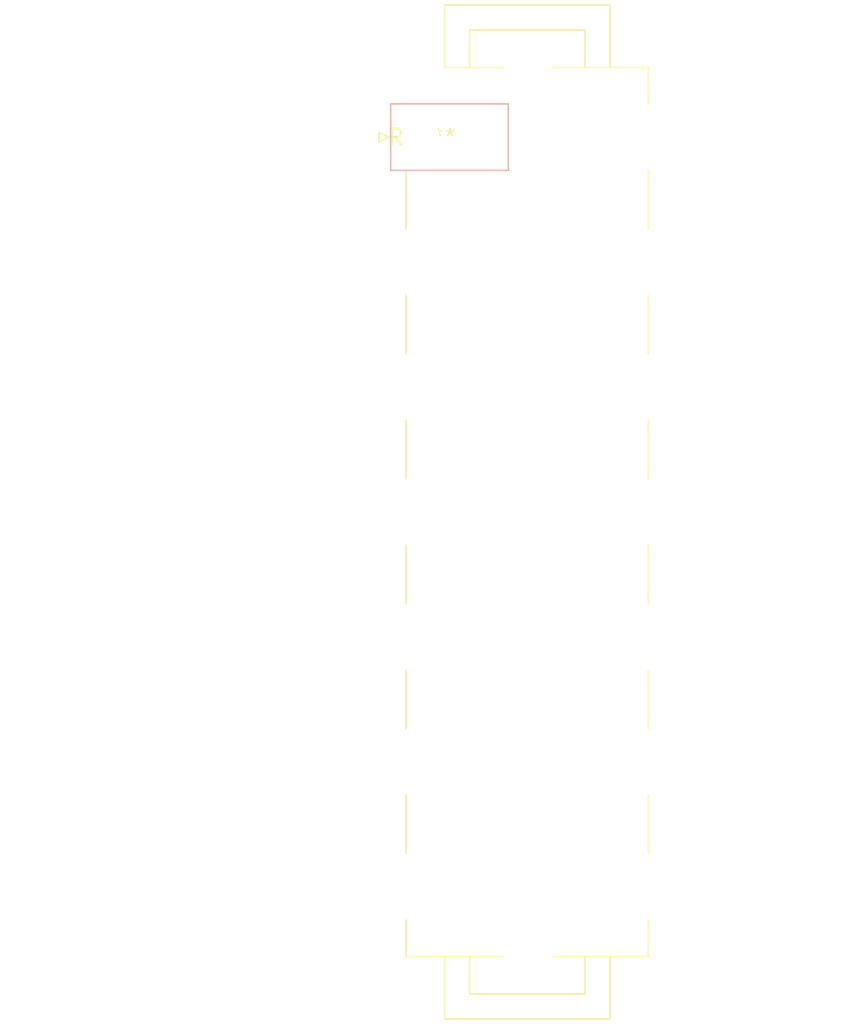
<source format=kicad_pcb>
(kicad_pcb (version 20240108) (generator pcbnew)
  (layers (0 "F.Cu" signal) (31 "B.Cu" signal) (34 "B.Paste" user) (35 "F.Paste" user) (36 "B.SilkS" user "B.Silkscreen") (37 "F.SilkS" user "F.Silkscreen") (38 "B.Mask" user) (39 "F.Mask" user) (44 "Edge.Cuts" user))
  (net 0 "")
  (footprint "Molex_Mini-Fit_Sr_43915-xx14_2x07_P10.00mm_Vertical_ThermalVias" (layer "F.Cu") (at 0 0)
    (property "Reference" "REF**")
    (property "Value" "Molex_Mini-Fit_Sr_43915-xx14_2x07_P10.00mm_Vertical_ThermalVias")
    (fp_line (start -2.51 -2.66) (end -2.51 2.66) (layer "B.SilkS") (stroke (width 0.12)))
    (fp_line (start -2.51 2.66) (end 6.91 2.66) (layer "B.SilkS") (stroke (width 0.12)))
    (fp_line (start 6.91 -2.66) (end -2.51 -2.66) (layer "B.SilkS") (stroke (width 0.12)))
    (fp_line (start 6.91 2.66) (end 6.91 -2.66) (layer "B.SilkS") (stroke (width 0.12)))
    (fp_line (start -3.45 -0.4) (end -3.45 0.4) (layer "F.SilkS") (stroke (width 0.12)))
    (fp_line (start -3.45 0.4) (end -2.65 0) (layer "F.SilkS") (stroke (width 0.12)))
    (fp_line (start -2.65 0) (end -3.45 -0.4) (layer "F.SilkS") (stroke (width 0.12)))
    (fp_line (start -1.27 2.66) (end -1.27 7.34) (layer "F.SilkS") (stroke (width 0.12)))
    (fp_line (start -1.27 12.66) (end -1.27 17.34) (layer "F.SilkS") (stroke (width 0.12)))
    (fp_line (start -1.27 22.66) (end -1.27 27.34) (layer "F.SilkS") (stroke (width 0.12)))
    (fp_line (start -1.27 32.66) (end -1.27 37.34) (layer "F.SilkS") (stroke (width 0.12)))
    (fp_line (start -1.27 42.66) (end -1.27 47.34) (layer "F.SilkS") (stroke (width 0.12)))
    (fp_line (start -1.27 52.66) (end -1.27 57.34) (layer "F.SilkS") (stroke (width 0.12)))
    (fp_line (start -1.27 62.66) (end -1.27 65.57) (layer "F.SilkS") (stroke (width 0.12)))
    (fp_line (start -1.27 65.57) (end 6.43 65.57) (layer "F.SilkS") (stroke (width 0.12)))
    (fp_line (start 1.81 -10.57) (end 15.05 -10.57) (layer "F.SilkS") (stroke (width 0.12)))
    (fp_line (start 1.81 -5.57) (end 1.81 -10.57) (layer "F.SilkS") (stroke (width 0.12)))
    (fp_line (start 1.81 65.57) (end 1.81 70.57) (layer "F.SilkS") (stroke (width 0.12)))
    (fp_line (start 1.81 70.57) (end 15.05 70.57) (layer "F.SilkS") (stroke (width 0.12)))
    (fp_line (start 3.81 -8.57) (end 13.05 -8.57) (layer "F.SilkS") (stroke (width 0.12)))
    (fp_line (start 3.81 -5.57) (end 3.81 -8.57) (layer "F.SilkS") (stroke (width 0.12)))
    (fp_line (start 3.81 65.57) (end 3.81 68.57) (layer "F.SilkS") (stroke (width 0.12)))
    (fp_line (start 3.81 68.57) (end 13.05 68.57) (layer "F.SilkS") (stroke (width 0.12)))
    (fp_line (start 6.43 -5.57) (end 1.81 -5.57) (layer "F.SilkS") (stroke (width 0.12)))
    (fp_line (start 13.05 -8.57) (end 13.05 -5.57) (layer "F.SilkS") (stroke (width 0.12)))
    (fp_line (start 13.05 68.57) (end 13.05 65.57) (layer "F.SilkS") (stroke (width 0.12)))
    (fp_line (start 15.05 -10.57) (end 15.05 -5.57) (layer "F.SilkS") (stroke (width 0.12)))
    (fp_line (start 15.05 70.57) (end 15.05 65.57) (layer "F.SilkS") (stroke (width 0.12)))
    (fp_line (start 18.13 -5.57) (end 10.43 -5.57) (layer "F.SilkS") (stroke (width 0.12)))
    (fp_line (start 18.13 -2.66) (end 18.13 -5.57) (layer "F.SilkS") (stroke (width 0.12)))
    (fp_line (start 18.13 2.66) (end 18.13 7.34) (layer "F.SilkS") (stroke (width 0.12)))
    (fp_line (start 18.13 12.66) (end 18.13 17.34) (layer "F.SilkS") (stroke (width 0.12)))
    (fp_line (start 18.13 22.66) (end 18.13 27.34) (layer "F.SilkS") (stroke (width 0.12)))
    (fp_line (start 18.13 32.66) (end 18.13 37.34) (layer "F.SilkS") (stroke (width 0.12)))
    (fp_line (start 18.13 42.66) (end 18.13 47.34) (layer "F.SilkS") (stroke (width 0.12)))
    (fp_line (start 18.13 52.66) (end 18.13 57.34) (layer "F.SilkS") (stroke (width 0.12)))
    (fp_line (start 18.13 62.66) (end 18.13 65.57) (layer "F.SilkS") (stroke (width 0.12)))
    (fp_line (start 18.13 65.57) (end 10.43 65.57) (layer "F.SilkS") (stroke (width 0.12)))
    (pad "" thru_hole circle (at 8.43 -5.705) (size 3.5 3.5) (drill 3) (layers *.Cu *.Mask) (remove_unused_layers))
    (pad "" np_thru_hole circle (at 8.43 5) (size 3 3) (drill 3) (layers *.Cu *.Mask))
    (pad "" thru_hole circle (at 8.43 65.705) (size 3.5 3.5) (drill 3) (layers *.Cu *.Mask) (remove_unused_layers))
    (pad "1" thru_hole roundrect (at -1.8 -1.95) (size 0.6 0.6) (drill 0.3) (layers *.Cu *.Mask) (remove_unused_layers))
    (pad "1" thru_hole roundrect (at -1.8 0) (size 0.6 0.6) (drill 0.3) (layers *.Cu *.Mask) (remove_unused_layers))
    (pad "1" thru_hole roundrect (at -1.8 1.95) (size 0.6 0.6) (drill 0.3) (layers *.Cu *.Mask) (remove_unused_layers))
    (pad "1" thru_hole rect (at 0 0) (size 4.5 4.8) (drill 2.8) (layers *.Cu *.Mask) (remove_unused_layers))
    (pad "1" thru_hole roundrect (at 0.2 -1.95) (size 0.6 0.6) (drill 0.3) (layers *.Cu *.Mask) (remove_unused_layers))
    (pad "1" thru_hole roundrect (at 0.2 1.95) (size 0.6 0.6) (drill 0.3) (layers *.Cu *.Mask) (remove_unused_layers))
    (pad "1" thru_hole roundrect (at 2.2 -1.95) (size 0.6 0.6) (drill 0.3) (layers *.Cu *.Mask) (remove_unused_layers))
    (pad "1" thru_hole roundrect (at 2.2 0) (size 0.6 0.6) (drill 0.3) (layers *.Cu *.Mask) (remove_unused_layers))
    (pad "1" thru_hole roundrect (at 2.2 1.95) (size 0.6 0.6) (drill 0.3) (layers *.Cu *.Mask) (remove_unused_layers))
    (pad "1" thru_hole roundrect (at 4.2 -1.95) (size 0.6 0.6) (drill 0.3) (layers *.Cu *.Mask) (remove_unused_layers))
    (pad "1" thru_hole roundrect (at 4.2 1.95) (size 0.6 0.6) (drill 0.3) (layers *.Cu *.Mask) (remove_unused_layers))
    (pad "1" thru_hole rect (at 4.4 0) (size 4.5 4.8) (drill 2.8) (layers *.Cu *.Mask) (remove_unused_layers))
    (pad "1" thru_hole roundrect (at 6.2 -1.95) (size 0.6 0.6) (drill 0.3) (layers *.Cu *.Mask) (remove_unused_layers))
    (pad "1" thru_hole roundrect (at 6.2 0) (size 0.6 0.6) (drill 0.3) (layers *.Cu *.Mask) (remove_unused_layers))
    (pad "1" thru_hole roundrect (at 6.2 1.95) (size 0.6 0.6) (drill 0.3) (layers *.Cu *.Mask) (remove_unused_layers))
    (pad "2" thru_hole circle (at -1.8 8.05) (size 0.6 0.6) (drill 0.3) (layers *.Cu *.Mask) (remove_unused_layers))
    (pad "2" thru_hole circle (at -1.8 10) (size 0.6 0.6) (drill 0.3) (layers *.Cu *.Mask) (remove_unused_layers))
    (pad "2" thru_hole circle (at -1.8 11.95) (size 0.6 0.6) (drill 0.3) (layers *.Cu *.Mask) (remove_unused_layers))
    (pad "2" thru_hole rect (at 0 10) (size 4.5 4.8) (drill 2.8) (layers *.Cu *.Mask) (remove_unused_layers))
    (pad "2" thru_hole circle (at 0.2 8.05) (size 0.6 0.6) (drill 0.3) (layers *.Cu *.Mask) (remove_unused_layers))
    (pad "2" thru_hole circle (at 0.2 11.95) (size 0.6 0.6) (drill 0.3) (layers *.Cu *.Mask) (remove_unused_layers))
    (pad "2" thru_hole circle (at 2.2 8.05) (size 0.6 0.6) (drill 0.3) (layers *.Cu *.Mask) (remove_unused_layers))
    (pad "2" thru_hole circle (at 2.2 10) (size 0.6 0.6) (drill 0.3) (layers *.Cu *.Mask) (remove_unused_layers))
    (pad "2" thru_hole circle (at 2.2 11.95) (size 0.6 0.6) (drill 0.3) (layers *.Cu *.Mask) (remove_unused_layers))
    (pad "2" thru_hole circle (at 4.2 8.05) (size 0.6 0.6) (drill 0.3) (layers *.Cu *.Mask) (remove_unused_layers))
    (pad "2" thru_hole circle (at 4.2 11.95) (size 0.6 0.6) (drill 0.3) (layers *.Cu *.Mask) (remove_unused_layers))
    (pad "2" thru_hole rect (at 4.4 10) (size 4.5 4.8) (drill 2.8) (layers *.Cu *.Mask) (remove_unused_layers))
    (pad "2" thru_hole circle (at 6.2 8.05) (size 0.6 0.6) (drill 0.3) (layers *.Cu *.Mask) (remove_unused_layers))
    (pad "2" thru_hole circle (at 6.2 10) (size 0.6 0.6) (drill 0.3) (layers *.Cu *.Mask) (remove_unused_layers))
    (pad "2" thru_hole circle (at 6.2 11.95) (size 0.6 0.6) (drill 0.3) (layers *.Cu *.Mask) (remove_unused_layers))
    (pad "3" thru_hole circle (at -1.8 18.05) (size 0.6 0.6) (drill 0.3) (layers *.Cu *.Mask) (remove_unused_layers))
    (pad "3" thru_hole circle (at -1.8 20) (size 0.6 0.6) (drill 0.3) (layers *.Cu *.Mask) (remove_unused_layers))
    (pad "3" thru_hole circle (at -1.8 21.95) (size 0.6 0.6) (drill 0.3) (layers *.Cu *.Mask) (remove_unused_layers))
    (pad "3" thru_hole rect (at 0 20) (size 4.5 4.8) (drill 2.8) (layers *.Cu *.Mask) (remove_unused_layers))
    (pad "3" thru_hole circle (at 0.2 18.05) (size 0.6 0.6) (drill 0.3) (layers *.Cu *.Mask) (remove_unused_layers))
    (pad "3" thru_hole circle (at 0.2 21.95) (size 0.6 0.6) (drill 0.3) (layers *.Cu *.Mask) (remove_unused_layers))
    (pad "3" thru_hole circle (at 2.2 18.05) (size 0.6 0.6) (drill 0.3) (layers *.Cu *.Mask) (remove_unused_layers))
    (pad "3" thru_hole circle (at 2.2 20) (size 0.6 0.6) (drill 0.3) (layers *.Cu *.Mask) (remove_unused_layers))
    (pad "3" thru_hole circle (at 2.2 21.95) (size 0.6 0.6) (drill 0.3) (layers *.Cu *.Mask) (remove_unused_layers))
    (pad "3" thru_hole circle (at 4.2 18.05) (size 0.6 0.6) (drill 0.3) (layers *.Cu *.Mask) (remove_unused_layers))
    (pad "3" thru_hole circle (at 4.2 21.95) (size 0.6 0.6) (drill 0.3) (layers *.Cu *.Mask) (remove_unused_layers))
    (pad "3" thru_hole rect (at 4.4 20) (size 4.5 4.8) (drill 2.8) (layers *.Cu *.Mask) (remove_unused_layers))
    (pad "3" thru_hole circle (at 6.2 18.05) (size 0.6 0.6) (drill 0.3) (layers *.Cu *.Mask) (remove_unused_layers))
    (pad "3" thru_hole circle (at 6.2 20) (size 0.6 0.6) (drill 0.3) (layers *.Cu *.Mask) (remove_unused_layers))
    (pad "3" thru_hole circle (at 6.2 21.95) (size 0.6 0.6) (drill 0.3) (layers *.Cu *.Mask) (remove_unused_layers))
    (pad "4" thru_hole circle (at -1.8 28.05) (size 0.6 0.6) (drill 0.3) (layers *.Cu *.Mask) (remove_unused_layers))
    (pad "4" thru_hole circle (at -1.8 30) (size 0.6 0.6) (drill 0.3) (layers *.Cu *.Mask) (remove_unused_layers))
    (pad "4" thru_hole circle (at -1.8 31.95) (size 0.6 0.6) (drill 0.3) (layers *.Cu *.Mask) (remove_unused_layers))
    (pad "4" thru_hole rect (at 0 30) (size 4.5 4.8) (drill 2.8) (layers *.Cu *.Mask) (remove_unused_layers))
    (pad "4" thru_hole circle (at 0.2 28.05) (size 0.6 0.6) (drill 0.3) (layers *.Cu *.Mask) (remove_unused_layers))
    (pad "4" thru_hole circle (at 0.2 31.95) (size 0.6 0.6) (drill 0.3) (layers *.Cu *.Mask) (remove_unused_layers))
    (pad "4" thru_hole circle (at 2.2 28.05) (size 0.6 0.6) (drill 0.3) (layers *.Cu *.Mask) (remove_unused_layers))
    (pad "4" thru_hole circle (at 2.2 30) (size 0.6 0.6) (drill 0.3) (layers *.Cu *.Mask) (remove_unused_layers))
    (pad "4" thru_hole circle (at 2.2 31.95) (size 0.6 0.6) (drill 0.3) (layers *.Cu *.Mask) (remove_unused_layers))
    (pad "4" thru_hole circle (at 4.2 28.05) (size 0.6 0.6) (drill 0.3) (layers *.Cu *.Mask) (remove_unused_layers))
    (pad "4" thru_hole circle (at 4.2 31.95) (size 0.6 0.6) (drill 0.3) (layers *.Cu *.Mask) (remove_unused_layers))
    (pad "4" thru_hole rect (at 4.4 30) (size 4.5 4.8) (drill 2.8) (layers *.Cu *.Mask) (remove_unused_layers))
    (pad "4" thru_hole circle (at 6.2 28.05) (size 0.6 0.6) (drill 0.3) (layers *.Cu *.Mask) (remove_unused_layers))
    (pad "4" thru_hole circle (at 6.2 30) (size 0.6 0.6) (drill 0.3) (layers *.Cu *.Mask) (remove_unused_layers))
    (pad "4" thru_hole circle (at 6.2 31.95) (size 0.6 0.6) (drill 0.3) (layers *.Cu *.Mask) (remove_unused_layers))
    (pad "5" thru_hole circle (at -1.8 38.05) (size 0.6 0.6) (drill 0.3) (layers *.Cu *.Mask) (remove_unused_layers))
    (pad "5" thru_hole circle (at -1.8 40) (size 0.6 0.6) (drill 0.3) (layers *.Cu *.Mask) (remove_unused_layers))
    (pad "5" thru_hole circle (at -1.8 41.95) (size 0.6 0.6) (drill 0.3) (layers *.Cu *.Mask) (remove_unused_layers))
    (pad "5" thru_hole rect (at 0 40) (size 4.5 4.8) (drill 2.8) (layers *.Cu *.Mask) (remove_unused_layers))
    (pad "5" thru_hole circle (at 0.2 38.05) (size 0.6 0.6) (drill 0.3) (layers *.Cu *.Mask) (remove_unused_layers))
    (pad "5" thru_hole circle (at 0.2 41.95) (size 0.6 0.6) (drill 0.3) (layers *.Cu *.Mask) (remove_unused_layers))
    (pad "5" thru_hole circle (at 2.2 38.05) (size 0.6 0.6) (drill 0.3) (layers *.Cu *.Mask) (remove_unused_layers))
    (pad "5" thru_hole circle (at 2.2 40) (size 0.6 0.6) (drill 0.3) (layers *.Cu *.Mask) (remove_unused_layers))
    (pad "5" thru_hole circle (at 2.2 41.95) (size 0.6 0.6) (drill 0.3) (layers *.Cu *.Mask) (remove_unused_layers))
    (pad "5" thru_hole circle (at 4.2 38.05) (size 0.6 0.6) (drill 0.3) (layers *.Cu *.Mask) (remove_unused_layers))
    (pad "5" thru_hole circle (at 4.2 41.95) (size 0.6 0.6) (drill 0.3) (layers *.Cu *.Mask) (remove_unused_layers))
    (pad "5" thru_hole rect (at 4.4 40) (size 4.5 4.8) (drill 2.8) (layers *.Cu *.Mask) (remove_unused_layers))
    (pad "5" thru_hole circle (at 6.2 38.05) (size 0.6 0.6) (drill 0.3) (layers *.Cu *.Mask) (remove_unused_layers))
    (pad "5" thru_hole circle (at 6.2 40) (size 0.6 0.6) (drill 0.3) (layers *.Cu *.Mask) (remove_unused_layers))
    (pad "5" thru_hole circle (at 6.2 41.95) (size 0.6 0.6) (drill 0.3) (layers *.Cu *.Mask) (remove_unused_layers))
    (pad "6" thru_hole circle (at -1.8 48.05) (size 0.6 0.6) (drill 0.3) (layers *.Cu *.Mask) (remove_unused_layers))
    (pad "6" thru_hole circle (at -1.8 50) (size 0.6 0.6) (drill 0.3) (layers *.Cu *.Mask) (remove_unused_layers))
    (pad "6" thru_hole circle (at -1.8 51.95) (size 0.6 0.6) (drill 0.3) (layers *.Cu *.Mask) (remove_unused_layers))
    (pad "6" thru_hole rect (at 0 50) (size 4.5 4.8) (drill 2.8) (layers *.Cu *.Mask) (remove_unused_layers))
    (pad "6" thru_hole circle (at 0.2 48.05) (size 0.6 0.6) (drill 0.3) (layers *.Cu *.Mask) (remove_unused_layers))
    (pad "6" thru_hole circle (at 0.2 51.95) (size 0.6 0.6) (drill 0.3) (layers *.Cu *.Mask) (remove_unused_layers))
    (pad "6" thru_hole circle (at 2.2 48.05) (size 0.6 0.6) (drill 0.3) (layers *.Cu *.Mask) (remove_unused_layers))
    (pad "6" thru_hole circle (at 2.2 50) (size 0.6 0.6) (drill 0.3) (layers *.Cu *.Mask) (remove_unused_layers))
    (pad "6" thru_hole circle (at 2.2 51.95) (size 0.6 0.6) (drill 0.3) (layers *.Cu *.Mask) (remove_unused_layers))
    (pad "6" thru_hole circle (at 4.2 48.05) (size 0.6 0.6) (drill 0.3) (layers *.Cu *.Mask) (remove_unused_layers))
    (pad "6" thru_hole circle (at 4.2 51.95) (size 0.6 0.6) (drill 0.3) (layers *.Cu *.Mask) (remove_unused_layers))
    (pad "6" thru_hole rect (at 4.4 50) (size 4.5 4.8) (drill 2.8) (layers *.Cu *.Mask) (remove_unused_layers))
    (pad "6" thru_hole circle (at 6.2 48.05) (size 0.6 0.6) (drill 0.3) (layers *.Cu *.Mask) (remove_unused_layers))
    (pad "6" thru_hole circle (at 6.2 50) (size 0.6 0.6) (drill 0.3) (layers *.Cu *.Mask) (remove_unused_layers))
    (pad "6" thru_hole circle (at 6.2 51.95) (size 0.6 0.6) (drill 0.3) (layers *.Cu *.Mask) (remove_unused_layers))
    (pad "7" thru_hole circle (at -1.8 58.05) (size 0.6 0.6) (drill 0.3) (layers *.Cu *.Mask) (remove_unused_layers))
    (pad "7" thru_hole circle (at -1.8 60) (size 0.6 0.6) (drill 0.3) (layers *.Cu *.Mask) (remove_unused_layers))
    (pad "7" thru_hole circle (at -1.8 61.95) (size 0.6 0.6) (drill 0.3) (layers *.Cu *.Mask) (remove_unused_layers))
    (pad "7" thru_hole rect (at 0 60) (size 4.5 4.8) (drill 2.8) (layers *.Cu *.Mask) (remove_unused_layers))
    (pad "7" thru_hole circle (at 0.2 58.05) (size 0.6 0.6) (drill 0.3) (layers *.Cu *.Mask) (remove_unused_layers))
    (pad "7" thru_hole circle (at 0.2 61.95) (size 0.6 0.6) (drill 0.3) (layers *.Cu *.Mask) (remove_unused_layers))
    (pad "7" thru_hole circle (at 2.2 58.05) (size 0.6 0.6) (drill 0.3) (layers *.Cu *.Mask) (remove_unused_layers))
    (pad "7" thru_hole circle (at 2.2 60) (size 0.6 0.6) (drill 0.3) (layers *.Cu *.Mask) (remove_unused_layers))
    (pad "7" thru_hole circle (at 2.2 61.95) (size 0.6 0.6) (drill 0.3) (layers *.Cu *.Mask) (remove_unused_layers))
    (pad "7" thru_hole circle (at 4.2 58.05) (size 0.6 0.6) (drill 0.3) (layers *.Cu *.Mask) (remove_unused_layers))
    (pad "7" thru_hole circle (at 4.2 61.95) (size 0.6 0.6) (drill 0.3) (layers *.Cu *.Mask) (remove_unused_layers))
    (pad "7" thru_hole rect (at 4.4 60) (size 4.5 4.8) (drill 2.8) (layers *.Cu *.Mask) (remove_unused_layers))
    (pad "7" thru_hole circle (at 6.2 58.05) (size 0.6 0.6) (drill 0.3) (layers *.Cu *.Mask) (remove_unused_layers))
    (pad "7" thru_hole circle (at 6.2 60) (size 0.6 0.6) (drill 0.3) (layers *.Cu *.Mask) (remove_unused_layers))
    (pad "7" thru_hole circle (at 6.2 61.95) (size 0.6 0.6) (drill 0.3) (layers *.Cu *.Mask) (remove_unused_layers))
    (pad "8" thru_hole circle (at 10.66 -1.95) (size 0.6 0.6) (drill 0.3) (layers *.Cu *.Mask) (remove_unused_layers))
    (pad "8" thru_hole circle (at 10.66 0) (size 0.6 0.6) (drill 0.3) (layers *.Cu *.Mask) (remove_unused_layers))
    (pad "8" thru_hole circle (at 10.66 1.95) (size 0.6 0.6) (drill 0.3) (layers *.Cu *.Mask) (remove_unused_layers))
    (pad "8" thru_hole rect (at 12.46 0) (size 4.5 4.8) (drill 2.8) (layers *.Cu *.Mask) (remove_unused_layers))
    (pad "8" thru_hole circle (at 12.66 -1.95) (size 0.6 0.6) (drill 0.3) (layers *.Cu *.Mask) (remove_unused_layers))
    (pad "8" thru_hole circle (at 12.66 1.95) (size 0.6 0.6) (drill 0.3) (layers *.Cu *.Mask) (remove_unused_layers))
    (pad "8" thru_hole circle (at 14.66 -1.95) (size 0.6 0.6) (drill 0.3) (layers *.Cu *.Mask) (remove_unused_layers))
    (pad "8" thru_hole circle (at 14.66 0) (size 0.6 0.6) (drill 0.3) (layers *.Cu *.Mask) (remove_unused_layers))
    (pad "8" thru_hole circle (at 14.66 1.95) (size 0.6 0.6) (drill 0.3) (layers *.Cu *.Mask) (remove_unused_layers))
    (pad "8" thru_hole circle (at 16.66 -1.95) (size 0.6 0.6) (drill 0.3) (layers *.Cu *.Mask) (remove_unused_layers))
    (pad "8" thru_hole circle (at 16.66 1.95) (size 0.6 0.6) (drill 0.3) (layers *.Cu *.Mask) (remove_unused_layers))
    (pad "8" thru_hole rect (at 16.86 0) (size 4.5 4.8) (drill 2.8) (layers *.Cu *.Mask) (remove_unused_layers))
    (pad "8" thru_hole circle (at 18.66 -1.95) (size 0.6 0.6) (drill 0.3) (layers *.Cu *.Mask) (remove_unused_layers))
    (pad "8" thru_hole circle (at 18.66 0) (size 0.6 0.6) (drill 0.3) (layers *.Cu *.Mask) (remove_unused_layers))
    (pad "8" thru_hole circle (at 18.66 1.95) (size 0.6 0.6) (drill 0.3) (layers *.Cu *.Mask) (remove_unused_layers))
    (pad "9" thru_hole circle (at 10.66 8.05) (size 0.6 0.6) (drill 0.3) (layers *.Cu *.Mask) (remove_unused_layers))
    (pad "9" thru_hole circle (at 10.66 10) (size 0.6 0.6) (drill 0.3) (layers *.Cu *.Mask) (remove_unused_layers))
    (pad "9" thru_hole circle (at 10.66 11.95) (size 0.6 0.6) (drill 0.3) (layers *.Cu *.Mask) (remove_unused_layers))
    (pad "9" thru_hole rect (at 12.46 10) (size 4.5 4.8) (drill 2.8) (layers *.Cu *.Mask) (remove_unused_layers))
    (pad "9" thru_hole circle (at 12.66 8.05) (size 0.6 0.6) (drill 0.3) (layers *.Cu *.Mask) (remove_unused_layers))
    (pad "9" thru_hole circle (at 12.66 11.95) (size 0.6 0.6) (drill 0.3) (layers *.Cu *.Mask) (remove_unused_layers))
    (pad "9" thru_hole circle (at 14.66 8.05) (size 0.6 0.6) (drill 0.3) (layers *.Cu *.Mask) (remove_unused_layers))
    (pad "9" thru_hole circle (at 14.66 10) (size 0.6 0.6) (drill 0.3) (layers *.Cu *.Mask) (remove_unused_layers))
    (pad "9" thru_hole circle (at 14.66 11.95) (size 0.6 0.6) (drill 0.3) (layers *.Cu *.Mask) (remove_unused_layers))
    (pad "9" thru_hole circle (at 16.66 8.05) (size 0.6 0.6) (drill 0.3) (layers *.Cu *.Mask) (remove_unused_layers))
    (pad "9" thru_hole circle (at 16.66 11.95) (size 0.6 0.6) (drill 0.3) (layers *.Cu *.Mask) (remove_unused_layers))
    (pad "9" thru_hole rect (at 16.86 10) (size 4.5 4.8) (drill 2.8) (layers *.Cu *.Mask) (remove_unused_layers))
    (pad "9" thru_hole circle (at 18.66 8.05) (size 0.6 0.6) (drill 0.3) (layers *.Cu *.Mask) (remove_unused_layers))
    (pad "9" thru_hole circle (at 18.66 10) (size 0.6 0.6) (drill 0.3) (layers *.Cu *.Mask) (remove_unused_layers))
    (pad "9" thru_hole circle (at 18.66 11.95) (size 0.6 0.6) (drill 0.3) (layers *.Cu *.Mask) (remove_unused_layers))
    (pad "10" thru_hole circle (at 10.66 18.05) (size 0.6 0.6) (drill 0.3) (layers *.Cu *.Mask) (remove_unused_layers))
    (pad "10" thru_hole circle (at 10.66 20) (size 0.6 0.6) (drill 0.3) (layers *.Cu *.Mask) (remove_unused_layers))
    (pad "10" thru_hole circle (at 10.66 21.95) (size 0.6 0.6) (drill 0.3) (layers *.Cu *.Mask) (remove_unused_layers))
    (pad "10" thru_hole rect (at 12.46 20) (size 4.5 4.8) (drill 2.8) (layers *.Cu *.Mask) (remove_unused_layers))
    (pad "10" thru_hole circle (at 12.66 18.05) (size 0.6 0.6) (drill 0.3) (layers *.Cu *.Mask) (remove_unused_layers))
    (pad "10" thru_hole circle (at 12.66 21.95) (size 0.6 0.6) (drill 0.3) (layers *.Cu *.Mask) (remove_unused_layers))
    (pad "10" thru_hole circle (at 14.66 18.05) (size 0.6 0.6) (drill 0.3) (layers *.Cu *.Mask) (remove_unused_layers))
    (pad "10" thru_hole circle (at 14.66 20) (size 0.6 0.6) (drill 0.3) (layers *.Cu *.Mask) (remove_unused_layers))
    (pad "10" thru_hole circle (at 14.66 21.95) (size 0.6 0.6) (drill 0.3) (layers *.Cu *.Mask) (remove_unused_layers))
    (pad "10" thru_hole circle (at 16.66 18.05) (size 0.6 0.6) (drill 0.3) (layers *.Cu *.Mask) (remove_unused_layers))
    (pad "10" thru_hole circle (at 16.66 21.95) (size 0.6 0.6) (drill 0.3) (layers *.Cu *.Mask) (remove_unused_layers))
    (pad "10" thru_hole rect (at 16.86 20) (size 4.5 4.8) (drill 2.8) (layers *.Cu *.Mask) (remove_unused_layers))
    (pad "10" thru_hole circle (at 18.66 18.05) (size 0.6 0.6) (drill 0.3) (layers *.Cu *.Mask) (remove_unused_layers))
    (pad "10" thru_hole circle (at 18.66 20) (size 0.6 0.6) (drill 0.3) (layers *.Cu *.Mask) (remove_unused_layers))
    (pad "10" thru_hole circle (at 18.66 21.95) (size 0.6 0.6) (drill 0.3) (layers *.Cu *.Mask) (remove_unused_layers))
    (pad "11" thru_hole circle (at 10.66 28.05) (size 0.6 0.6) (drill 0.3) (layers *.Cu *.Mask) (remove_unused_layers))
    (pad "11" thru_hole circle (at 10.66 30) (size 0.6 0.6) (drill 0.3) (layers *.Cu *.Mask) (remove_unused_layers))
    (pad "11" thru_hole circle (at 10.66 31.95) (size 0.6 0.6) (drill 0.3) (layers *.Cu *.Mask) (remove_unused_layers))
    (pad "11" thru_hole rect (at 12.46 30) (size 4.5 4.8) (drill 2.8) (layers *.Cu *.Mask) (remove_unused_layers))
    (pad "11" thru_hole circle (at 12.66 28.05) (size 0.6 0.6) (drill 0.3) (layers *.Cu *.Mask) (remove_unused_layers))
    (pad "11" thru_hole circle (at 12.66 31.95) (size 0.6 0.6) (drill 0.3) (layers *.Cu *.Mask) (remove_unused_layers))
    (pad "11" thru_hole circle (at 14.66 28.05) (size 0.6 0.6) (drill 0.3) (layers *.Cu *.Mask) (remove_unused_layers))
    (pad "11" thru_hole circle (at 14.66 30) (size 0.6 0.6) (drill 0.3) (layers *.Cu *.Mask) (remove_unused_layers))
    (pad "11" thru_hole circle (at 14.66 31.95) (size 0.6 0.6) (drill 0.3) (layers *.Cu *.Mask) (remove_unused_layers))
    (pad "11" thru_hole circle (at 16.66 28.05) (size 0.6 0.6) (drill 0.3) (layers *.Cu *.Mask) (remove_unused_layers))
    (pad "11" thru_hole circle (at 16.66 31.95) (size 0.6 0.6) (drill 0.3) (layers *.Cu *.Mask) (remove_unused_layers))
    (pad "11" thru_hole rect (at 16.86 30) (size 4.5 4.8) (drill 2.8) (layers *.Cu *.Mask) (remove_unused_layers))
    (pad "11" thru_hole circle (at 18.66 28.05) (size 0.6 0.6) (drill 0.3) (layers *.Cu *.Mask) (remove_unused_layers))
    (pad "11" thru_hole circle (at 18.66 30) (size 0.6 0.6) (drill 0.3) (layers *.Cu *.Mask) (remove_unused_layers))
    (pad "11" thru_hole circle (at 18.66 31.95) (size 0.6 0.6) (drill 0.3) (layers *.Cu *.Mask) (remove_unused_layers))
    (pad "12" thru_hole circle (at 10.66 38.05) (size 0.6 0.6) (drill 0.3) (layers *.Cu *.Mask) (remove_unused_layers))
    (pad "12" thru_hole circle (at 10.66 40) (size 0.6 0.6) (drill 0.3) (layers *.Cu *.Mask) (remove_unused_layers))
    (pad "12" thru_hole circle (at 10.66 41.95) (size 0.6 0.6) (drill 0.3) (layers *.Cu *.Mask) (remove_unused_layers))
    (pad "12" thru_hole rect (at 12.46 40) (size 4.5 4.8) (drill 2.8) (layers *.Cu *.Mask) (remove_unused_layers))
    (pad "12" thru_hole circle (at 12.66 38.05) (size 0.6 0.6) (drill 0.3) (layers *.Cu *.Mask) (remove_unused_layers))
    (pad "12" thru_hole circle (at 12.66 41.95) (size 0.6 0.6) (drill 0.3) (layers *.Cu *.Mask) (remove_unused_layers))
    (pad "12" thru_hole circle (at 14.66 38.05) (size 0.6 0.6) (drill 0.3) (layers *.Cu *.Mask) (remove_unused_layers))
    (pad "12" thru_hole circle (at 14.66 40) (size 0.6 0.6) (drill 0.3) (layers *.Cu *.Mask) (remove_unused_layers))
    (pad "12" thru_hole circle (at 14.66 41.95) (size 0.6 0.6) (drill 0.3) (layers *.Cu *.Mask) (remove_unused_layers))
    (pad "12" thru_hole circle (at 16.66 38.05) (size 0.6 0.6) (drill 0.3) (layers *.Cu *.Mask) (remove_unused_layers))
    (pad "12" thru_hole circle (at 16.66 41.95) (size 0.6 0.6) (drill 0.3) (layers *.Cu *.Mask) (remove_unused_layers))
    (pad "12" thru_hole rect (at 16.86 40) (size 4.5 4.8) (drill 2.8) (layers *.Cu *.Mask) (remove_unused_layers))
    (pad "12" thru_hole circle (at 18.66 38.05) (size 0.6 0.6) (drill 0.3) (layers *.Cu *.Mask) (remove_unused_layers))
    (pad "12" thru_hole circle (at 18.66 40) (size 0.6 0.6) (drill 0.3) (layers *.Cu *.Mask) (remove_unused_layers))
    (pad "12" thru_hole circle (at 18.66 41.95) (size 0.6 0.6) (drill 0.3) (layers *.Cu *.Mask) (remove_unused_layers))
    (pad "13" thru_hole circle (at 10.66 48.05) (size 0.6 0.6) (drill 0.3) (layers *.Cu *.Mask) (remove_unused_layers))
    (pad "13" thru_hole circle (at 10.66 50) (size 0.6 0.6) (drill 0.3) (layers *.Cu *.Mask) (remove_unused_layers))
    (pad "13" thru_hole circle (at 10.66 51.95) (size 0.6 0.6) (drill 0.3) (layers *.Cu *.Mask) (remove_unused_layers))
    (pad "13" thru_hole rect (at 12.46 50) (size 4.5 4.8) (drill 2.8) (layers *.Cu *.Mask) (remove_unused_layers))
    (pad "13" thru_hole circle (at 12.66 48.05) (size 0.6 0.6) (drill 0.3) (layers *.Cu *.Mask) (remove_unused_layers))
    (pad "13" thru_hole circle (at 12.66 51.95) (size 0.6 0.6) (drill 0.3) (layers *.Cu *.Mask) (remove_unused_layers))
    (pad "13" thru_hole circle (at 14.66 48.05) (size 0.6 0.6) (drill 0.3) (layers *.Cu *.Mask) (remove_unused_layers))
    (pad "13" thru_hole circle (at 14.66 50) (size 0.6 0.6) (drill 0.3) (layers *.Cu *.Mask) (remove_unused_layers))
    (pad "13" thru_hole circle (at 14.66 51.95) (size 0.6 0.6) (drill 0.3) (layers *.Cu *.Mask) (remove_unused_layers))
    (pad "13" thru_hole circle (at 16.66 48.05) (size 0.6 0.6) (drill 0.3) (layers *.Cu *.Mask) (remove_unused_layers))
    (pad "13" thru_hole circle (at 16.66 51.95) (size 0.6 0.6) (drill 0.3) (layers *.Cu *.Mask) (remove_unused_layers))
    (pad "13" thru_hole rect (at 16.86 50) (size 4.5 4.8) (drill 2.8) (layers *.Cu *.Mask) (remove_unused_layers))
    (pad "13" thru_hole circle (at 18.66 48.05) (size 0.6 0.6) (drill 0.3) (layers *.Cu *.Mask) (remove_unused_layers))
    (pad "13" thru_hole circle (at 18.66 50) (size 0.6 0.6) (drill 0.3) (layers *.Cu *.Mask) (remove_unused_layers))
    (pad "13" thru_hole circle (at 18.66 51.95) (size 0.6 0.6) (drill 0.3) (layers *.Cu *.Mask) (remove_unused_layers))
    (pad "14" thru_hole circle (at 10.66 58.05) (size 0.6 0.6) (drill 0.3) (layers *.Cu *.Mask) (remove_unused_layers))
    (pad "14" thru_hole circle (at 10.66 60) (size 0.6 0.6) (drill 0.3) (layers *.Cu *.Mask) (remove_unused_layers))
    (pad "14" thru_hole circle (at 10.66 61.95) (size 0.6 0.6) (drill 0.3) (layers *.Cu *.Mask) (remove_unused_layers))
    (pad "14" thru_hole rect (at 12.46 60) (size 4.5 4.8) (drill 2.8) (layers *.Cu *.Mask) (remove_unused_layers))
    (pad "14" thru_hole circle (at 12.66 58.05) (size 0.6 0.6) (drill 0.3) (layers *.Cu *.Mask) (remove_unused_layers))
    (pad "14" thru_hole circle (at 12.66 61.95) (size 0.6 0.6) (drill 0.3) (layers *.Cu *.Mask) (remove_unused_layers))
    (pad "14" thru_hole circle (at 14.66 58.05) (size 0.6 0.6) (drill 0.3) (layers *.Cu *.Mask) (remove_unused_layers))
    (pad "14" thru_hole circle (at 14.66 60) (size 0.6 0.6) (drill 0.3) (layers *.Cu *.Mask) (remove_unused_layers))
    (pad "14" thru_hole circle (at 14.66 61.95) (size 0.6 0.6) (drill 0.3) (layers *.Cu *.Mask) (remove_unused_layers))
    (pad "14" thru_hole circle (at 16.66 58.05) (size 0.6 0.6) (drill 0.3) (layers *.Cu *.Mask) (remove_unused_layers))
    (pad "14" thru_hole circle (at 16.66 61.95) (size 0.6 0.6) (drill 0.3) (layers *.Cu *.Mask) (remove_unused_layers))
    (pad "14" thru_hole rect (at 16.86 60) (size 4.5 4.8) (drill 2.8) (layers *.Cu *.Mask) (remove_unused_layers))
    (pad "14" thru_hole circle (at 18.66 58.05) (size 0.6 0.6) (drill 0.3) (layers *.Cu *.Mask) (remove_unused_layers))
    (pad "14" thru_hole circle (at 18.66 60) (size 0.6 0.6) (drill 0.3) (layers *.Cu *.Mask) (remove_unused_layers))
    (pad "14" thru_hole circle (at 18.66 61.95) (size 0.6 0.6) (drill 0.3) (layers *.Cu *.Mask) (remove_unused_layers))
  )
)
</source>
